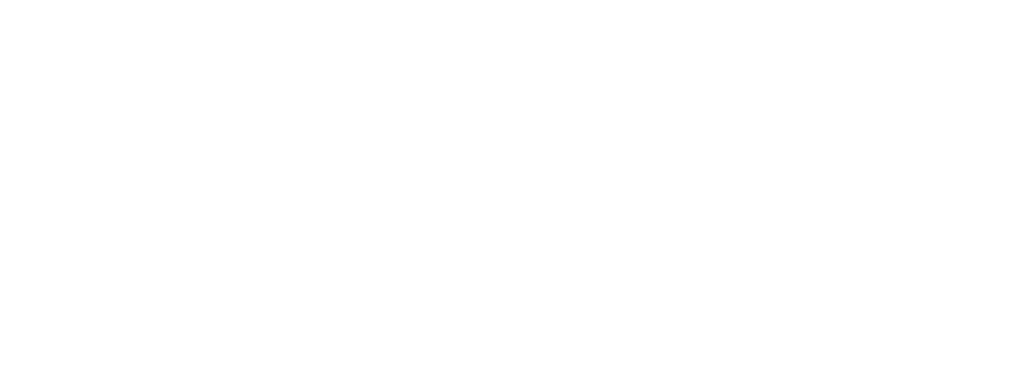
<source format=kicad_pcb>
(kicad_pcb (version 20171130) (host pcbnew "(5.1.6)-1")
  (layers (0 F.Cu signal) (31 B.Cu signal) (34 B.Paste user) (35 F.Paste user) (36 B.SilkS user) (37 F.SilkS user) (38 B.Mask user) (39 F.Mask user) (44 Edge.Cuts user))
  (net 0 "")
  (module LOGO (layer F.Cu) (at 212 97)
    (fp_text reference G*** hide)
    (fp_text value LOGO hide)
  )
)
</source>
